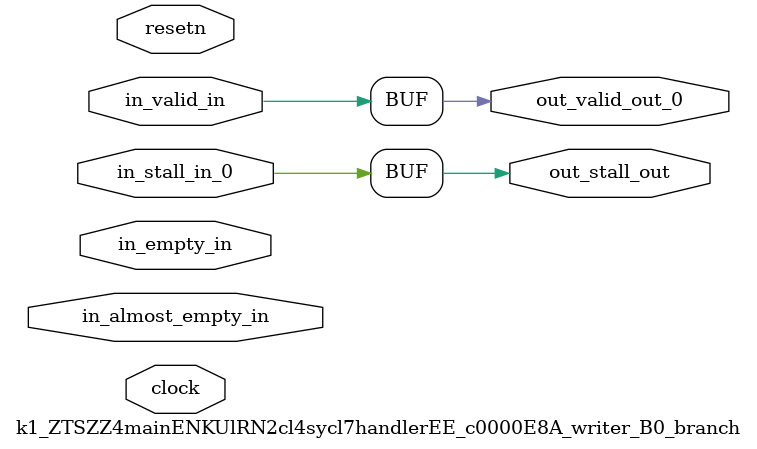
<source format=sv>



(* altera_attribute = "-name AUTO_SHIFT_REGISTER_RECOGNITION OFF; -name MESSAGE_DISABLE 10036; -name MESSAGE_DISABLE 10037; -name MESSAGE_DISABLE 14130; -name MESSAGE_DISABLE 14320; -name MESSAGE_DISABLE 15400; -name MESSAGE_DISABLE 14130; -name MESSAGE_DISABLE 10036; -name MESSAGE_DISABLE 12020; -name MESSAGE_DISABLE 12030; -name MESSAGE_DISABLE 12010; -name MESSAGE_DISABLE 12110; -name MESSAGE_DISABLE 14320; -name MESSAGE_DISABLE 13410; -name MESSAGE_DISABLE 113007; -name MESSAGE_DISABLE 10958" *)
module k1_ZTSZZ4mainENKUlRN2cl4sycl7handlerEE_c0000E8A_writer_B0_branch (
    input wire [0:0] in_almost_empty_in,
    input wire [0:0] in_empty_in,
    input wire [0:0] in_stall_in_0,
    input wire [0:0] in_valid_in,
    output wire [0:0] out_stall_out,
    output wire [0:0] out_valid_out_0,
    input wire clock,
    input wire resetn
    );

    reg [0:0] rst_sync_rst_sclrn;


    // out_stall_out(GPOUT,6)
    assign out_stall_out = in_stall_in_0;

    // out_valid_out_0(GPOUT,7)
    assign out_valid_out_0 = in_valid_in;

    // rst_sync(RESETSYNC,8)
    acl_reset_handler #(
        .ASYNC_RESET(0),
        .USE_SYNCHRONIZER(1),
        .PULSE_EXTENSION(0),
        .PIPE_DEPTH(3),
        .DUPLICATE(1)
    ) therst_sync (
        .clk(clock),
        .i_resetn(resetn),
        .o_sclrn(rst_sync_rst_sclrn)
    );

endmodule

</source>
